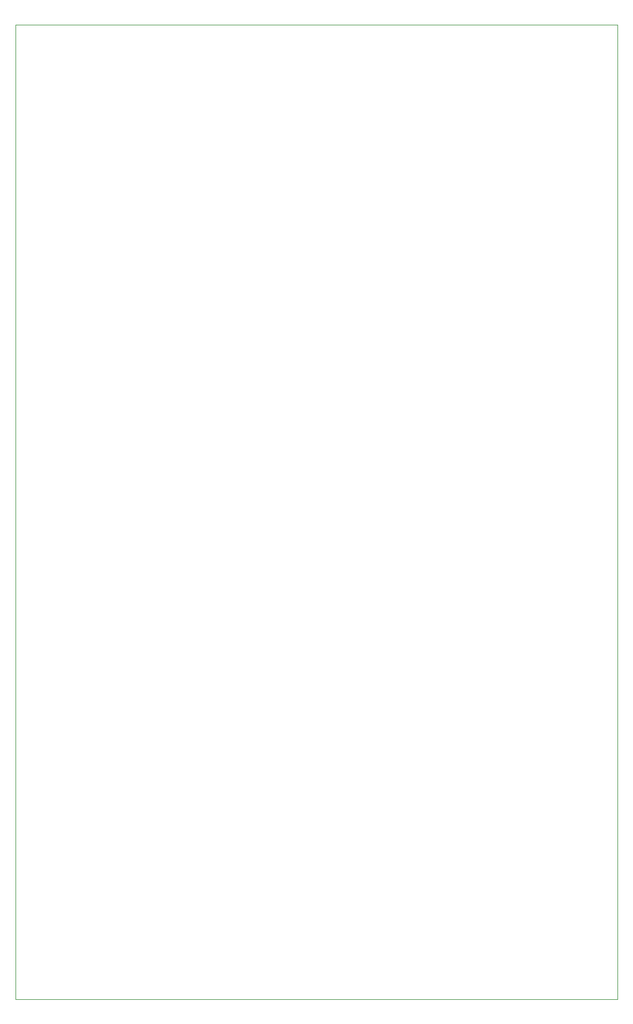
<source format=gbr>
%TF.GenerationSoftware,KiCad,Pcbnew,7.0.11-7.0.11~ubuntu22.04.1*%
%TF.CreationDate,2024-08-09T11:44:35-04:00*%
%TF.ProjectId,coleco_original,636f6c65-636f-45f6-9f72-6967696e616c,DEV*%
%TF.SameCoordinates,Original*%
%TF.FileFunction,Profile,NP*%
%FSLAX46Y46*%
G04 Gerber Fmt 4.6, Leading zero omitted, Abs format (unit mm)*
G04 Created by KiCad (PCBNEW 7.0.11-7.0.11~ubuntu22.04.1) date 2024-08-09 11:44:35*
%MOMM*%
%LPD*%
G01*
G04 APERTURE LIST*
%TA.AperFunction,Profile*%
%ADD10C,0.100000*%
%TD*%
G04 APERTURE END LIST*
D10*
X68453000Y-44309600D02*
X157149800Y-44309600D01*
X157149800Y-187667200D01*
X68453000Y-187667200D01*
X68453000Y-44309600D01*
M02*

</source>
